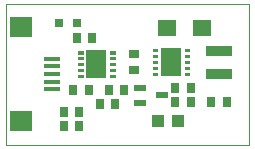
<source format=gtp>
G75*
%MOIN*%
%OFA0B0*%
%FSLAX24Y24*%
%IPPOS*%
%LPD*%
%AMOC8*
5,1,8,0,0,1.08239X$1,22.5*
%
%ADD10C,0.0000*%
%ADD11R,0.0650X0.0937*%
%ADD12C,0.0025*%
%ADD13R,0.0906X0.0335*%
%ADD14R,0.0276X0.0354*%
%ADD15R,0.0551X0.0138*%
%ADD16R,0.0748X0.0709*%
%ADD17R,0.0630X0.0551*%
%ADD18R,0.0354X0.0276*%
%ADD19R,0.0315X0.0315*%
%ADD20R,0.0433X0.0394*%
%ADD21R,0.0394X0.0197*%
D10*
X001050Y002363D02*
X001050Y007088D01*
X009160Y007088D01*
X009160Y002363D01*
X001050Y002363D01*
D11*
X004062Y005068D03*
X006550Y005138D03*
D12*
X007005Y005101D02*
X007005Y005175D01*
X007157Y005175D01*
X007157Y005101D01*
X007005Y005101D01*
X007005Y005125D02*
X007157Y005125D01*
X007157Y005149D02*
X007005Y005149D01*
X007005Y005173D02*
X007157Y005173D01*
X007005Y005298D02*
X007005Y005372D01*
X007157Y005372D01*
X007157Y005298D01*
X007005Y005298D01*
X007005Y005322D02*
X007157Y005322D01*
X007157Y005346D02*
X007005Y005346D01*
X007005Y005370D02*
X007157Y005370D01*
X007005Y005495D02*
X007005Y005569D01*
X007157Y005569D01*
X007157Y005495D01*
X007005Y005495D01*
X007005Y005519D02*
X007157Y005519D01*
X007157Y005543D02*
X007005Y005543D01*
X007005Y005567D02*
X007157Y005567D01*
X007005Y004979D02*
X007005Y004905D01*
X007005Y004979D02*
X007157Y004979D01*
X007157Y004905D01*
X007005Y004905D01*
X007005Y004929D02*
X007157Y004929D01*
X007157Y004953D02*
X007005Y004953D01*
X007005Y004977D02*
X007157Y004977D01*
X007005Y004782D02*
X007005Y004708D01*
X007005Y004782D02*
X007157Y004782D01*
X007157Y004708D01*
X007005Y004708D01*
X007005Y004732D02*
X007157Y004732D01*
X007157Y004756D02*
X007005Y004756D01*
X007005Y004780D02*
X007157Y004780D01*
X005943Y004782D02*
X005943Y004708D01*
X005943Y004782D02*
X006095Y004782D01*
X006095Y004708D01*
X005943Y004708D01*
X005943Y004732D02*
X006095Y004732D01*
X006095Y004756D02*
X005943Y004756D01*
X005943Y004780D02*
X006095Y004780D01*
X005943Y004905D02*
X005943Y004979D01*
X006095Y004979D01*
X006095Y004905D01*
X005943Y004905D01*
X005943Y004929D02*
X006095Y004929D01*
X006095Y004953D02*
X005943Y004953D01*
X005943Y004977D02*
X006095Y004977D01*
X005943Y005101D02*
X005943Y005175D01*
X006095Y005175D01*
X006095Y005101D01*
X005943Y005101D01*
X005943Y005125D02*
X006095Y005125D01*
X006095Y005149D02*
X005943Y005149D01*
X005943Y005173D02*
X006095Y005173D01*
X005943Y005298D02*
X005943Y005372D01*
X006095Y005372D01*
X006095Y005298D01*
X005943Y005298D01*
X005943Y005322D02*
X006095Y005322D01*
X006095Y005346D02*
X005943Y005346D01*
X005943Y005370D02*
X006095Y005370D01*
X005943Y005495D02*
X005943Y005569D01*
X006095Y005569D01*
X006095Y005495D01*
X005943Y005495D01*
X005943Y005519D02*
X006095Y005519D01*
X006095Y005543D02*
X005943Y005543D01*
X005943Y005567D02*
X006095Y005567D01*
X004669Y005499D02*
X004669Y005425D01*
X004517Y005425D01*
X004517Y005499D01*
X004669Y005499D01*
X004669Y005449D02*
X004517Y005449D01*
X004517Y005473D02*
X004669Y005473D01*
X004669Y005497D02*
X004517Y005497D01*
X004669Y005302D02*
X004669Y005228D01*
X004517Y005228D01*
X004517Y005302D01*
X004669Y005302D01*
X004669Y005252D02*
X004517Y005252D01*
X004517Y005276D02*
X004669Y005276D01*
X004669Y005300D02*
X004517Y005300D01*
X004669Y005105D02*
X004669Y005031D01*
X004517Y005031D01*
X004517Y005105D01*
X004669Y005105D01*
X004669Y005055D02*
X004517Y005055D01*
X004517Y005079D02*
X004669Y005079D01*
X004669Y005103D02*
X004517Y005103D01*
X004669Y004908D02*
X004669Y004834D01*
X004517Y004834D01*
X004517Y004908D01*
X004669Y004908D01*
X004669Y004858D02*
X004517Y004858D01*
X004517Y004882D02*
X004669Y004882D01*
X004669Y004906D02*
X004517Y004906D01*
X004669Y004711D02*
X004669Y004637D01*
X004517Y004637D01*
X004517Y004711D01*
X004669Y004711D01*
X004669Y004661D02*
X004517Y004661D01*
X004517Y004685D02*
X004669Y004685D01*
X004669Y004709D02*
X004517Y004709D01*
X003606Y004711D02*
X003606Y004637D01*
X003454Y004637D01*
X003454Y004711D01*
X003606Y004711D01*
X003606Y004661D02*
X003454Y004661D01*
X003454Y004685D02*
X003606Y004685D01*
X003606Y004709D02*
X003454Y004709D01*
X003606Y004834D02*
X003606Y004908D01*
X003606Y004834D02*
X003454Y004834D01*
X003454Y004908D01*
X003606Y004908D01*
X003606Y004858D02*
X003454Y004858D01*
X003454Y004882D02*
X003606Y004882D01*
X003606Y004906D02*
X003454Y004906D01*
X003606Y005031D02*
X003606Y005105D01*
X003606Y005031D02*
X003454Y005031D01*
X003454Y005105D01*
X003606Y005105D01*
X003606Y005055D02*
X003454Y005055D01*
X003454Y005079D02*
X003606Y005079D01*
X003606Y005103D02*
X003454Y005103D01*
X003606Y005228D02*
X003606Y005302D01*
X003606Y005228D02*
X003454Y005228D01*
X003454Y005302D01*
X003606Y005302D01*
X003606Y005252D02*
X003454Y005252D01*
X003454Y005276D02*
X003606Y005276D01*
X003606Y005300D02*
X003454Y005300D01*
X003606Y005425D02*
X003606Y005499D01*
X003606Y005425D02*
X003454Y005425D01*
X003454Y005499D01*
X003606Y005499D01*
X003606Y005449D02*
X003454Y005449D01*
X003454Y005473D02*
X003606Y005473D01*
X003606Y005497D02*
X003454Y005497D01*
D13*
X008139Y005522D03*
X008139Y004755D03*
D14*
X007204Y004262D03*
X006693Y004262D03*
X006693Y003796D03*
X007204Y003796D03*
X007895Y003796D03*
X008407Y003796D03*
X004989Y004225D03*
X004478Y004225D03*
X004689Y003761D03*
X004177Y003761D03*
X003802Y004225D03*
X003290Y004225D03*
X003494Y003463D03*
X002983Y003463D03*
X002983Y003014D03*
X003494Y003014D03*
X003416Y005935D03*
X003928Y005935D03*
D15*
X002593Y005261D03*
X002593Y005005D03*
X002593Y004749D03*
X002593Y004493D03*
X002593Y004237D03*
D16*
X001550Y003174D03*
X001550Y006324D03*
D17*
X006405Y006288D03*
X007586Y006288D03*
D18*
X005302Y005399D03*
X005302Y004888D03*
D19*
X003419Y006432D03*
X002828Y006432D03*
D20*
X006115Y003188D03*
X006785Y003188D03*
D21*
X006231Y004036D03*
X005522Y003781D03*
X005522Y004292D03*
M02*

</source>
